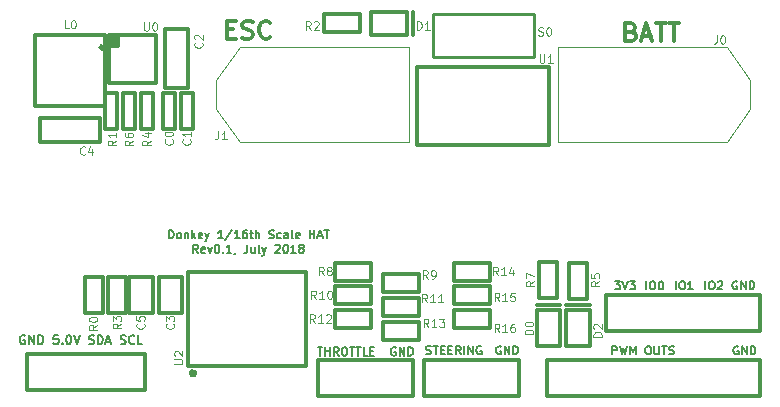
<source format=gbr>
G04 #@! TF.FileFunction,Legend,Top*
%FSLAX46Y46*%
G04 Gerber Fmt 4.6, Leading zero omitted, Abs format (unit mm)*
G04 Created by KiCad (PCBNEW 4.0.7-e2-6376~58~ubuntu16.04.1) date Tue Jul 10 13:30:19 2018*
%MOMM*%
%LPD*%
G01*
G04 APERTURE LIST*
%ADD10C,0.050000*%
%ADD11C,0.175000*%
%ADD12C,0.187500*%
%ADD13C,0.100000*%
%ADD14C,0.300000*%
%ADD15C,0.250000*%
%ADD16C,0.375000*%
%ADD17C,0.176389*%
G04 APERTURE END LIST*
D10*
D11*
X150566667Y-112450000D02*
X150500001Y-112416667D01*
X150400001Y-112416667D01*
X150300001Y-112450000D01*
X150233334Y-112516667D01*
X150200001Y-112583333D01*
X150166667Y-112716667D01*
X150166667Y-112816667D01*
X150200001Y-112950000D01*
X150233334Y-113016667D01*
X150300001Y-113083333D01*
X150400001Y-113116667D01*
X150466667Y-113116667D01*
X150566667Y-113083333D01*
X150600001Y-113050000D01*
X150600001Y-112816667D01*
X150466667Y-112816667D01*
X150900001Y-113116667D02*
X150900001Y-112416667D01*
X151300001Y-113116667D01*
X151300001Y-112416667D01*
X151633334Y-113116667D02*
X151633334Y-112416667D01*
X151800000Y-112416667D01*
X151900000Y-112450000D01*
X151966667Y-112516667D01*
X152000000Y-112583333D01*
X152033334Y-112716667D01*
X152033334Y-112816667D01*
X152000000Y-112950000D01*
X151966667Y-113016667D01*
X151900000Y-113083333D01*
X151800000Y-113116667D01*
X151633334Y-113116667D01*
X159466667Y-112350000D02*
X159400001Y-112316667D01*
X159300001Y-112316667D01*
X159200001Y-112350000D01*
X159133334Y-112416667D01*
X159100001Y-112483333D01*
X159066667Y-112616667D01*
X159066667Y-112716667D01*
X159100001Y-112850000D01*
X159133334Y-112916667D01*
X159200001Y-112983333D01*
X159300001Y-113016667D01*
X159366667Y-113016667D01*
X159466667Y-112983333D01*
X159500001Y-112950000D01*
X159500001Y-112716667D01*
X159366667Y-112716667D01*
X159800001Y-113016667D02*
X159800001Y-112316667D01*
X160200001Y-113016667D01*
X160200001Y-112316667D01*
X160533334Y-113016667D02*
X160533334Y-112316667D01*
X160700000Y-112316667D01*
X160800000Y-112350000D01*
X160866667Y-112416667D01*
X160900000Y-112483333D01*
X160933334Y-112616667D01*
X160933334Y-112716667D01*
X160900000Y-112850000D01*
X160866667Y-112916667D01*
X160800000Y-112983333D01*
X160700000Y-113016667D01*
X160533334Y-113016667D01*
X168916668Y-113016667D02*
X168916668Y-112316667D01*
X169183334Y-112316667D01*
X169250001Y-112350000D01*
X169283334Y-112383333D01*
X169316668Y-112450000D01*
X169316668Y-112550000D01*
X169283334Y-112616667D01*
X169250001Y-112650000D01*
X169183334Y-112683333D01*
X168916668Y-112683333D01*
X169550001Y-112316667D02*
X169716668Y-113016667D01*
X169850001Y-112516667D01*
X169983334Y-113016667D01*
X170150001Y-112316667D01*
X170416668Y-113016667D02*
X170416668Y-112316667D01*
X170650001Y-112816667D01*
X170883334Y-112316667D01*
X170883334Y-113016667D01*
X171883334Y-112316667D02*
X172016667Y-112316667D01*
X172083334Y-112350000D01*
X172150001Y-112416667D01*
X172183334Y-112550000D01*
X172183334Y-112783333D01*
X172150001Y-112916667D01*
X172083334Y-112983333D01*
X172016667Y-113016667D01*
X171883334Y-113016667D01*
X171816667Y-112983333D01*
X171750001Y-112916667D01*
X171716667Y-112783333D01*
X171716667Y-112550000D01*
X171750001Y-112416667D01*
X171816667Y-112350000D01*
X171883334Y-112316667D01*
X172483334Y-112316667D02*
X172483334Y-112883333D01*
X172516667Y-112950000D01*
X172550000Y-112983333D01*
X172616667Y-113016667D01*
X172750000Y-113016667D01*
X172816667Y-112983333D01*
X172850000Y-112950000D01*
X172883334Y-112883333D01*
X172883334Y-112316667D01*
X173116667Y-112316667D02*
X173516667Y-112316667D01*
X173316667Y-113016667D02*
X173316667Y-112316667D01*
X173716666Y-112983333D02*
X173816666Y-113016667D01*
X173983333Y-113016667D01*
X174050000Y-112983333D01*
X174083333Y-112950000D01*
X174116666Y-112883333D01*
X174116666Y-112816667D01*
X174083333Y-112750000D01*
X174050000Y-112716667D01*
X173983333Y-112683333D01*
X173850000Y-112650000D01*
X173783333Y-112616667D01*
X173750000Y-112583333D01*
X173716666Y-112516667D01*
X173716666Y-112450000D01*
X173750000Y-112383333D01*
X173783333Y-112350000D01*
X173850000Y-112316667D01*
X174016666Y-112316667D01*
X174116666Y-112350000D01*
X179566667Y-112350000D02*
X179500001Y-112316667D01*
X179400001Y-112316667D01*
X179300001Y-112350000D01*
X179233334Y-112416667D01*
X179200001Y-112483333D01*
X179166667Y-112616667D01*
X179166667Y-112716667D01*
X179200001Y-112850000D01*
X179233334Y-112916667D01*
X179300001Y-112983333D01*
X179400001Y-113016667D01*
X179466667Y-113016667D01*
X179566667Y-112983333D01*
X179600001Y-112950000D01*
X179600001Y-112716667D01*
X179466667Y-112716667D01*
X179900001Y-113016667D02*
X179900001Y-112316667D01*
X180300001Y-113016667D01*
X180300001Y-112316667D01*
X180633334Y-113016667D02*
X180633334Y-112316667D01*
X180800000Y-112316667D01*
X180900000Y-112350000D01*
X180966667Y-112416667D01*
X181000000Y-112483333D01*
X181033334Y-112616667D01*
X181033334Y-112716667D01*
X181000000Y-112850000D01*
X180966667Y-112916667D01*
X180900000Y-112983333D01*
X180800000Y-113016667D01*
X180633334Y-113016667D01*
X169133333Y-106816667D02*
X169566666Y-106816667D01*
X169333333Y-107083333D01*
X169433333Y-107083333D01*
X169500000Y-107116667D01*
X169533333Y-107150000D01*
X169566666Y-107216667D01*
X169566666Y-107383333D01*
X169533333Y-107450000D01*
X169500000Y-107483333D01*
X169433333Y-107516667D01*
X169233333Y-107516667D01*
X169166666Y-107483333D01*
X169133333Y-107450000D01*
X169766667Y-106816667D02*
X170000000Y-107516667D01*
X170233333Y-106816667D01*
X170400000Y-106816667D02*
X170833333Y-106816667D01*
X170600000Y-107083333D01*
X170700000Y-107083333D01*
X170766667Y-107116667D01*
X170800000Y-107150000D01*
X170833333Y-107216667D01*
X170833333Y-107383333D01*
X170800000Y-107450000D01*
X170766667Y-107483333D01*
X170700000Y-107516667D01*
X170500000Y-107516667D01*
X170433333Y-107483333D01*
X170400000Y-107450000D01*
X171800001Y-107516667D02*
X171800001Y-106816667D01*
X172266667Y-106816667D02*
X172400000Y-106816667D01*
X172466667Y-106850000D01*
X172533334Y-106916667D01*
X172566667Y-107050000D01*
X172566667Y-107283333D01*
X172533334Y-107416667D01*
X172466667Y-107483333D01*
X172400000Y-107516667D01*
X172266667Y-107516667D01*
X172200000Y-107483333D01*
X172133334Y-107416667D01*
X172100000Y-107283333D01*
X172100000Y-107050000D01*
X172133334Y-106916667D01*
X172200000Y-106850000D01*
X172266667Y-106816667D01*
X173000000Y-106816667D02*
X173066667Y-106816667D01*
X173133333Y-106850000D01*
X173166667Y-106883333D01*
X173200000Y-106950000D01*
X173233333Y-107083333D01*
X173233333Y-107250000D01*
X173200000Y-107383333D01*
X173166667Y-107450000D01*
X173133333Y-107483333D01*
X173066667Y-107516667D01*
X173000000Y-107516667D01*
X172933333Y-107483333D01*
X172900000Y-107450000D01*
X172866667Y-107383333D01*
X172833333Y-107250000D01*
X172833333Y-107083333D01*
X172866667Y-106950000D01*
X172900000Y-106883333D01*
X172933333Y-106850000D01*
X173000000Y-106816667D01*
X174300001Y-107516667D02*
X174300001Y-106816667D01*
X174766667Y-106816667D02*
X174900000Y-106816667D01*
X174966667Y-106850000D01*
X175033334Y-106916667D01*
X175066667Y-107050000D01*
X175066667Y-107283333D01*
X175033334Y-107416667D01*
X174966667Y-107483333D01*
X174900000Y-107516667D01*
X174766667Y-107516667D01*
X174700000Y-107483333D01*
X174633334Y-107416667D01*
X174600000Y-107283333D01*
X174600000Y-107050000D01*
X174633334Y-106916667D01*
X174700000Y-106850000D01*
X174766667Y-106816667D01*
X175733333Y-107516667D02*
X175333333Y-107516667D01*
X175533333Y-107516667D02*
X175533333Y-106816667D01*
X175466667Y-106916667D01*
X175400000Y-106983333D01*
X175333333Y-107016667D01*
X176800001Y-107516667D02*
X176800001Y-106816667D01*
X177266667Y-106816667D02*
X177400000Y-106816667D01*
X177466667Y-106850000D01*
X177533334Y-106916667D01*
X177566667Y-107050000D01*
X177566667Y-107283333D01*
X177533334Y-107416667D01*
X177466667Y-107483333D01*
X177400000Y-107516667D01*
X177266667Y-107516667D01*
X177200000Y-107483333D01*
X177133334Y-107416667D01*
X177100000Y-107283333D01*
X177100000Y-107050000D01*
X177133334Y-106916667D01*
X177200000Y-106850000D01*
X177266667Y-106816667D01*
X177833333Y-106883333D02*
X177866667Y-106850000D01*
X177933333Y-106816667D01*
X178100000Y-106816667D01*
X178166667Y-106850000D01*
X178200000Y-106883333D01*
X178233333Y-106950000D01*
X178233333Y-107016667D01*
X178200000Y-107116667D01*
X177800000Y-107516667D01*
X178233333Y-107516667D01*
X179466667Y-106850000D02*
X179400001Y-106816667D01*
X179300001Y-106816667D01*
X179200001Y-106850000D01*
X179133334Y-106916667D01*
X179100001Y-106983333D01*
X179066667Y-107116667D01*
X179066667Y-107216667D01*
X179100001Y-107350000D01*
X179133334Y-107416667D01*
X179200001Y-107483333D01*
X179300001Y-107516667D01*
X179366667Y-107516667D01*
X179466667Y-107483333D01*
X179500001Y-107450000D01*
X179500001Y-107216667D01*
X179366667Y-107216667D01*
X179800001Y-107516667D02*
X179800001Y-106816667D01*
X180200001Y-107516667D01*
X180200001Y-106816667D01*
X180533334Y-107516667D02*
X180533334Y-106816667D01*
X180700000Y-106816667D01*
X180800000Y-106850000D01*
X180866667Y-106916667D01*
X180900000Y-106983333D01*
X180933334Y-107116667D01*
X180933334Y-107216667D01*
X180900000Y-107350000D01*
X180866667Y-107416667D01*
X180800000Y-107483333D01*
X180700000Y-107516667D01*
X180533334Y-107516667D01*
X131383335Y-103204167D02*
X131383335Y-102504167D01*
X131550001Y-102504167D01*
X131650001Y-102537500D01*
X131716668Y-102604167D01*
X131750001Y-102670833D01*
X131783335Y-102804167D01*
X131783335Y-102904167D01*
X131750001Y-103037500D01*
X131716668Y-103104167D01*
X131650001Y-103170833D01*
X131550001Y-103204167D01*
X131383335Y-103204167D01*
X132183335Y-103204167D02*
X132116668Y-103170833D01*
X132083335Y-103137500D01*
X132050001Y-103070833D01*
X132050001Y-102870833D01*
X132083335Y-102804167D01*
X132116668Y-102770833D01*
X132183335Y-102737500D01*
X132283335Y-102737500D01*
X132350001Y-102770833D01*
X132383335Y-102804167D01*
X132416668Y-102870833D01*
X132416668Y-103070833D01*
X132383335Y-103137500D01*
X132350001Y-103170833D01*
X132283335Y-103204167D01*
X132183335Y-103204167D01*
X132716668Y-102737500D02*
X132716668Y-103204167D01*
X132716668Y-102804167D02*
X132750001Y-102770833D01*
X132816668Y-102737500D01*
X132916668Y-102737500D01*
X132983334Y-102770833D01*
X133016668Y-102837500D01*
X133016668Y-103204167D01*
X133350001Y-103204167D02*
X133350001Y-102504167D01*
X133416667Y-102937500D02*
X133616667Y-103204167D01*
X133616667Y-102737500D02*
X133350001Y-103004167D01*
X134183334Y-103170833D02*
X134116668Y-103204167D01*
X133983334Y-103204167D01*
X133916668Y-103170833D01*
X133883334Y-103104167D01*
X133883334Y-102837500D01*
X133916668Y-102770833D01*
X133983334Y-102737500D01*
X134116668Y-102737500D01*
X134183334Y-102770833D01*
X134216668Y-102837500D01*
X134216668Y-102904167D01*
X133883334Y-102970833D01*
X134450001Y-102737500D02*
X134616668Y-103204167D01*
X134783334Y-102737500D02*
X134616668Y-103204167D01*
X134550001Y-103370833D01*
X134516668Y-103404167D01*
X134450001Y-103437500D01*
X135950000Y-103204167D02*
X135550000Y-103204167D01*
X135750000Y-103204167D02*
X135750000Y-102504167D01*
X135683334Y-102604167D01*
X135616667Y-102670833D01*
X135550000Y-102704167D01*
X136750001Y-102470833D02*
X136150001Y-103370833D01*
X137350000Y-103204167D02*
X136950000Y-103204167D01*
X137150000Y-103204167D02*
X137150000Y-102504167D01*
X137083334Y-102604167D01*
X137016667Y-102670833D01*
X136950000Y-102704167D01*
X137950001Y-102504167D02*
X137816667Y-102504167D01*
X137750001Y-102537500D01*
X137716667Y-102570833D01*
X137650001Y-102670833D01*
X137616667Y-102804167D01*
X137616667Y-103070833D01*
X137650001Y-103137500D01*
X137683334Y-103170833D01*
X137750001Y-103204167D01*
X137883334Y-103204167D01*
X137950001Y-103170833D01*
X137983334Y-103137500D01*
X138016667Y-103070833D01*
X138016667Y-102904167D01*
X137983334Y-102837500D01*
X137950001Y-102804167D01*
X137883334Y-102770833D01*
X137750001Y-102770833D01*
X137683334Y-102804167D01*
X137650001Y-102837500D01*
X137616667Y-102904167D01*
X138216668Y-102737500D02*
X138483334Y-102737500D01*
X138316668Y-102504167D02*
X138316668Y-103104167D01*
X138350001Y-103170833D01*
X138416668Y-103204167D01*
X138483334Y-103204167D01*
X138716668Y-103204167D02*
X138716668Y-102504167D01*
X139016668Y-103204167D02*
X139016668Y-102837500D01*
X138983334Y-102770833D01*
X138916668Y-102737500D01*
X138816668Y-102737500D01*
X138750001Y-102770833D01*
X138716668Y-102804167D01*
X139850000Y-103170833D02*
X139950000Y-103204167D01*
X140116667Y-103204167D01*
X140183334Y-103170833D01*
X140216667Y-103137500D01*
X140250000Y-103070833D01*
X140250000Y-103004167D01*
X140216667Y-102937500D01*
X140183334Y-102904167D01*
X140116667Y-102870833D01*
X139983334Y-102837500D01*
X139916667Y-102804167D01*
X139883334Y-102770833D01*
X139850000Y-102704167D01*
X139850000Y-102637500D01*
X139883334Y-102570833D01*
X139916667Y-102537500D01*
X139983334Y-102504167D01*
X140150000Y-102504167D01*
X140250000Y-102537500D01*
X140850001Y-103170833D02*
X140783334Y-103204167D01*
X140650001Y-103204167D01*
X140583334Y-103170833D01*
X140550001Y-103137500D01*
X140516667Y-103070833D01*
X140516667Y-102870833D01*
X140550001Y-102804167D01*
X140583334Y-102770833D01*
X140650001Y-102737500D01*
X140783334Y-102737500D01*
X140850001Y-102770833D01*
X141450001Y-103204167D02*
X141450001Y-102837500D01*
X141416667Y-102770833D01*
X141350001Y-102737500D01*
X141216667Y-102737500D01*
X141150001Y-102770833D01*
X141450001Y-103170833D02*
X141383334Y-103204167D01*
X141216667Y-103204167D01*
X141150001Y-103170833D01*
X141116667Y-103104167D01*
X141116667Y-103037500D01*
X141150001Y-102970833D01*
X141216667Y-102937500D01*
X141383334Y-102937500D01*
X141450001Y-102904167D01*
X141883334Y-103204167D02*
X141816667Y-103170833D01*
X141783334Y-103104167D01*
X141783334Y-102504167D01*
X142416667Y-103170833D02*
X142350001Y-103204167D01*
X142216667Y-103204167D01*
X142150001Y-103170833D01*
X142116667Y-103104167D01*
X142116667Y-102837500D01*
X142150001Y-102770833D01*
X142216667Y-102737500D01*
X142350001Y-102737500D01*
X142416667Y-102770833D01*
X142450001Y-102837500D01*
X142450001Y-102904167D01*
X142116667Y-102970833D01*
X143283334Y-103204167D02*
X143283334Y-102504167D01*
X143283334Y-102837500D02*
X143683334Y-102837500D01*
X143683334Y-103204167D02*
X143683334Y-102504167D01*
X143983333Y-103004167D02*
X144316667Y-103004167D01*
X143916667Y-103204167D02*
X144150000Y-102504167D01*
X144383333Y-103204167D01*
X144516667Y-102504167D02*
X144916667Y-102504167D01*
X144716667Y-103204167D02*
X144716667Y-102504167D01*
X133850001Y-104429167D02*
X133616667Y-104095833D01*
X133450001Y-104429167D02*
X133450001Y-103729167D01*
X133716667Y-103729167D01*
X133783334Y-103762500D01*
X133816667Y-103795833D01*
X133850001Y-103862500D01*
X133850001Y-103962500D01*
X133816667Y-104029167D01*
X133783334Y-104062500D01*
X133716667Y-104095833D01*
X133450001Y-104095833D01*
X134416667Y-104395833D02*
X134350001Y-104429167D01*
X134216667Y-104429167D01*
X134150001Y-104395833D01*
X134116667Y-104329167D01*
X134116667Y-104062500D01*
X134150001Y-103995833D01*
X134216667Y-103962500D01*
X134350001Y-103962500D01*
X134416667Y-103995833D01*
X134450001Y-104062500D01*
X134450001Y-104129167D01*
X134116667Y-104195833D01*
X134683334Y-103962500D02*
X134850001Y-104429167D01*
X135016667Y-103962500D01*
X135416667Y-103729167D02*
X135483334Y-103729167D01*
X135550000Y-103762500D01*
X135583334Y-103795833D01*
X135616667Y-103862500D01*
X135650000Y-103995833D01*
X135650000Y-104162500D01*
X135616667Y-104295833D01*
X135583334Y-104362500D01*
X135550000Y-104395833D01*
X135483334Y-104429167D01*
X135416667Y-104429167D01*
X135350000Y-104395833D01*
X135316667Y-104362500D01*
X135283334Y-104295833D01*
X135250000Y-104162500D01*
X135250000Y-103995833D01*
X135283334Y-103862500D01*
X135316667Y-103795833D01*
X135350000Y-103762500D01*
X135416667Y-103729167D01*
X135950001Y-104362500D02*
X135983334Y-104395833D01*
X135950001Y-104429167D01*
X135916667Y-104395833D01*
X135950001Y-104362500D01*
X135950001Y-104429167D01*
X136650000Y-104429167D02*
X136250000Y-104429167D01*
X136450000Y-104429167D02*
X136450000Y-103729167D01*
X136383334Y-103829167D01*
X136316667Y-103895833D01*
X136250000Y-103929167D01*
X136983334Y-104395833D02*
X136983334Y-104429167D01*
X136950001Y-104495833D01*
X136916667Y-104529167D01*
X138016667Y-103729167D02*
X138016667Y-104229167D01*
X137983333Y-104329167D01*
X137916667Y-104395833D01*
X137816667Y-104429167D01*
X137750000Y-104429167D01*
X138650000Y-103962500D02*
X138650000Y-104429167D01*
X138350000Y-103962500D02*
X138350000Y-104329167D01*
X138383333Y-104395833D01*
X138450000Y-104429167D01*
X138550000Y-104429167D01*
X138616666Y-104395833D01*
X138650000Y-104362500D01*
X139083333Y-104429167D02*
X139016666Y-104395833D01*
X138983333Y-104329167D01*
X138983333Y-103729167D01*
X139283333Y-103962500D02*
X139450000Y-104429167D01*
X139616666Y-103962500D02*
X139450000Y-104429167D01*
X139383333Y-104595833D01*
X139350000Y-104629167D01*
X139283333Y-104662500D01*
X140383332Y-103795833D02*
X140416666Y-103762500D01*
X140483332Y-103729167D01*
X140649999Y-103729167D01*
X140716666Y-103762500D01*
X140749999Y-103795833D01*
X140783332Y-103862500D01*
X140783332Y-103929167D01*
X140749999Y-104029167D01*
X140349999Y-104429167D01*
X140783332Y-104429167D01*
X141216666Y-103729167D02*
X141283333Y-103729167D01*
X141349999Y-103762500D01*
X141383333Y-103795833D01*
X141416666Y-103862500D01*
X141449999Y-103995833D01*
X141449999Y-104162500D01*
X141416666Y-104295833D01*
X141383333Y-104362500D01*
X141349999Y-104395833D01*
X141283333Y-104429167D01*
X141216666Y-104429167D01*
X141149999Y-104395833D01*
X141116666Y-104362500D01*
X141083333Y-104295833D01*
X141049999Y-104162500D01*
X141049999Y-103995833D01*
X141083333Y-103862500D01*
X141116666Y-103795833D01*
X141149999Y-103762500D01*
X141216666Y-103729167D01*
X142116666Y-104429167D02*
X141716666Y-104429167D01*
X141916666Y-104429167D02*
X141916666Y-103729167D01*
X141850000Y-103829167D01*
X141783333Y-103895833D01*
X141716666Y-103929167D01*
X142516667Y-104029167D02*
X142450000Y-103995833D01*
X142416667Y-103962500D01*
X142383333Y-103895833D01*
X142383333Y-103862500D01*
X142416667Y-103795833D01*
X142450000Y-103762500D01*
X142516667Y-103729167D01*
X142650000Y-103729167D01*
X142716667Y-103762500D01*
X142750000Y-103795833D01*
X142783333Y-103862500D01*
X142783333Y-103895833D01*
X142750000Y-103962500D01*
X142716667Y-103995833D01*
X142650000Y-104029167D01*
X142516667Y-104029167D01*
X142450000Y-104062500D01*
X142416667Y-104095833D01*
X142383333Y-104162500D01*
X142383333Y-104295833D01*
X142416667Y-104362500D01*
X142450000Y-104395833D01*
X142516667Y-104429167D01*
X142650000Y-104429167D01*
X142716667Y-104395833D01*
X142750000Y-104362500D01*
X142783333Y-104295833D01*
X142783333Y-104162500D01*
X142750000Y-104095833D01*
X142716667Y-104062500D01*
X142650000Y-104029167D01*
D12*
X119167857Y-111425000D02*
X119096428Y-111389286D01*
X118989285Y-111389286D01*
X118882142Y-111425000D01*
X118810714Y-111496429D01*
X118774999Y-111567857D01*
X118739285Y-111710714D01*
X118739285Y-111817857D01*
X118774999Y-111960714D01*
X118810714Y-112032143D01*
X118882142Y-112103571D01*
X118989285Y-112139286D01*
X119060714Y-112139286D01*
X119167857Y-112103571D01*
X119203571Y-112067857D01*
X119203571Y-111817857D01*
X119060714Y-111817857D01*
X119524999Y-112139286D02*
X119524999Y-111389286D01*
X119953571Y-112139286D01*
X119953571Y-111389286D01*
X120310713Y-112139286D02*
X120310713Y-111389286D01*
X120489285Y-111389286D01*
X120596428Y-111425000D01*
X120667856Y-111496429D01*
X120703571Y-111567857D01*
X120739285Y-111710714D01*
X120739285Y-111817857D01*
X120703571Y-111960714D01*
X120667856Y-112032143D01*
X120596428Y-112103571D01*
X120489285Y-112139286D01*
X120310713Y-112139286D01*
X121989285Y-111389286D02*
X121632142Y-111389286D01*
X121596428Y-111746429D01*
X121632142Y-111710714D01*
X121703571Y-111675000D01*
X121882142Y-111675000D01*
X121953571Y-111710714D01*
X121989285Y-111746429D01*
X122025000Y-111817857D01*
X122025000Y-111996429D01*
X121989285Y-112067857D01*
X121953571Y-112103571D01*
X121882142Y-112139286D01*
X121703571Y-112139286D01*
X121632142Y-112103571D01*
X121596428Y-112067857D01*
X122346428Y-112067857D02*
X122382143Y-112103571D01*
X122346428Y-112139286D01*
X122310714Y-112103571D01*
X122346428Y-112067857D01*
X122346428Y-112139286D01*
X122846429Y-111389286D02*
X122917857Y-111389286D01*
X122989286Y-111425000D01*
X123025000Y-111460714D01*
X123060714Y-111532143D01*
X123096429Y-111675000D01*
X123096429Y-111853571D01*
X123060714Y-111996429D01*
X123025000Y-112067857D01*
X122989286Y-112103571D01*
X122917857Y-112139286D01*
X122846429Y-112139286D01*
X122775000Y-112103571D01*
X122739286Y-112067857D01*
X122703571Y-111996429D01*
X122667857Y-111853571D01*
X122667857Y-111675000D01*
X122703571Y-111532143D01*
X122739286Y-111460714D01*
X122775000Y-111425000D01*
X122846429Y-111389286D01*
X123310715Y-111389286D02*
X123560715Y-112139286D01*
X123810715Y-111389286D01*
X124596429Y-112103571D02*
X124703572Y-112139286D01*
X124882143Y-112139286D01*
X124953572Y-112103571D01*
X124989286Y-112067857D01*
X125025001Y-111996429D01*
X125025001Y-111925000D01*
X124989286Y-111853571D01*
X124953572Y-111817857D01*
X124882143Y-111782143D01*
X124739286Y-111746429D01*
X124667858Y-111710714D01*
X124632143Y-111675000D01*
X124596429Y-111603571D01*
X124596429Y-111532143D01*
X124632143Y-111460714D01*
X124667858Y-111425000D01*
X124739286Y-111389286D01*
X124917858Y-111389286D01*
X125025001Y-111425000D01*
X125346429Y-112139286D02*
X125346429Y-111389286D01*
X125525001Y-111389286D01*
X125632144Y-111425000D01*
X125703572Y-111496429D01*
X125739287Y-111567857D01*
X125775001Y-111710714D01*
X125775001Y-111817857D01*
X125739287Y-111960714D01*
X125703572Y-112032143D01*
X125632144Y-112103571D01*
X125525001Y-112139286D01*
X125346429Y-112139286D01*
X126060715Y-111925000D02*
X126417858Y-111925000D01*
X125989287Y-112139286D02*
X126239287Y-111389286D01*
X126489287Y-112139286D01*
X127275001Y-112103571D02*
X127382144Y-112139286D01*
X127560715Y-112139286D01*
X127632144Y-112103571D01*
X127667858Y-112067857D01*
X127703573Y-111996429D01*
X127703573Y-111925000D01*
X127667858Y-111853571D01*
X127632144Y-111817857D01*
X127560715Y-111782143D01*
X127417858Y-111746429D01*
X127346430Y-111710714D01*
X127310715Y-111675000D01*
X127275001Y-111603571D01*
X127275001Y-111532143D01*
X127310715Y-111460714D01*
X127346430Y-111425000D01*
X127417858Y-111389286D01*
X127596430Y-111389286D01*
X127703573Y-111425000D01*
X128453573Y-112067857D02*
X128417859Y-112103571D01*
X128310716Y-112139286D01*
X128239287Y-112139286D01*
X128132144Y-112103571D01*
X128060716Y-112032143D01*
X128025001Y-111960714D01*
X127989287Y-111817857D01*
X127989287Y-111710714D01*
X128025001Y-111567857D01*
X128060716Y-111496429D01*
X128132144Y-111425000D01*
X128239287Y-111389286D01*
X128310716Y-111389286D01*
X128417859Y-111425000D01*
X128453573Y-111460714D01*
X129132144Y-112139286D02*
X128775001Y-112139286D01*
X128775001Y-111389286D01*
D13*
X137400000Y-87000000D02*
X135400000Y-89750000D01*
X135400000Y-89750000D02*
X135400000Y-92250000D01*
X135400000Y-92250000D02*
X137400000Y-95000000D01*
X137400000Y-95000000D02*
X151700000Y-95000000D01*
X151700000Y-95000000D02*
X151700000Y-87000000D01*
X151700000Y-87000000D02*
X137400000Y-87000000D01*
D14*
X119330000Y-116000000D02*
X129330000Y-116000000D01*
X119330000Y-113000000D02*
X119330000Y-116000000D01*
X129330000Y-113000000D02*
X119330000Y-113000000D01*
X129330000Y-116000000D02*
X129330000Y-113000000D01*
X133400000Y-93900000D02*
X133400000Y-90900000D01*
X132400000Y-93900000D02*
X133400000Y-93900000D01*
X132400000Y-90900000D02*
X132400000Y-93900000D01*
X133400000Y-90900000D02*
X132400000Y-90900000D01*
X131900000Y-93900000D02*
X131900000Y-90900000D01*
X130900000Y-93900000D02*
X131900000Y-93900000D01*
X130900000Y-90900000D02*
X130900000Y-93900000D01*
X131900000Y-90900000D02*
X130900000Y-90900000D01*
X130000000Y-90900000D02*
X129000000Y-90900000D01*
X130000000Y-93900000D02*
X130000000Y-90900000D01*
X129000000Y-93900000D02*
X130000000Y-93900000D01*
X129000000Y-90900000D02*
X129000000Y-93900000D01*
X127500000Y-93900000D02*
X128500000Y-93900000D01*
X127500000Y-90900000D02*
X127500000Y-93900000D01*
X128500000Y-90900000D02*
X127500000Y-90900000D01*
X128500000Y-93900000D02*
X128500000Y-90900000D01*
X126000000Y-93900000D02*
X127000000Y-93900000D01*
X126000000Y-90900000D02*
X126000000Y-93900000D01*
X127000000Y-90900000D02*
X126000000Y-90900000D01*
X127000000Y-93900000D02*
X127000000Y-90900000D01*
X168420000Y-111000000D02*
X168420000Y-108000000D01*
X181420000Y-111000000D02*
X168420000Y-111000000D01*
X181420000Y-108000000D02*
X181420000Y-111000000D01*
X168420000Y-108000000D02*
X181420000Y-108000000D01*
X163400000Y-116500000D02*
X181400000Y-116500000D01*
X163400000Y-113500000D02*
X163400000Y-116500000D01*
X181400000Y-113500000D02*
X163400000Y-113500000D01*
X181400000Y-116500000D02*
X181400000Y-113500000D01*
X153000000Y-116500000D02*
X161000000Y-116500000D01*
X153000000Y-113500000D02*
X153000000Y-116500000D01*
X161000000Y-113500000D02*
X153000000Y-113500000D01*
X161000000Y-116500000D02*
X161000000Y-113500000D01*
X144000000Y-116500000D02*
X152000000Y-116500000D01*
X144000000Y-113500000D02*
X144000000Y-116500000D01*
X152000000Y-113500000D02*
X144000000Y-113500000D01*
X152000000Y-116500000D02*
X152000000Y-113500000D01*
X120000000Y-92000000D02*
X120000000Y-86000000D01*
X126000000Y-92000000D02*
X120000000Y-92000000D01*
X126000000Y-86000000D02*
X126000000Y-92000000D01*
X120000000Y-86000000D02*
X126000000Y-86000000D01*
X133600000Y-114600000D02*
G75*
G03X133600000Y-114600000I-200000J0D01*
G01*
X133000000Y-106000000D02*
X133000000Y-114000000D01*
X143000000Y-106000000D02*
X133000000Y-106000000D01*
X143000000Y-114000000D02*
X143000000Y-106000000D01*
X133000000Y-114000000D02*
X143000000Y-114000000D01*
X130500000Y-106500000D02*
X130500000Y-109500000D01*
X132500000Y-106500000D02*
X130500000Y-106500000D01*
X132500000Y-109500000D02*
X132500000Y-106500000D01*
X130500000Y-109500000D02*
X132500000Y-109500000D01*
X130000000Y-106500000D02*
X130000000Y-109500000D01*
X128000000Y-106500000D02*
X130000000Y-106500000D01*
X128000000Y-109500000D02*
X128000000Y-106500000D01*
X130000000Y-109500000D02*
X128000000Y-109500000D01*
X162738000Y-108274000D02*
X162738000Y-105226000D01*
X164262000Y-108274000D02*
X162738000Y-108274000D01*
X164262000Y-105226000D02*
X164262000Y-108274000D01*
X162738000Y-105226000D02*
X164262000Y-105226000D01*
X131000000Y-90500000D02*
X131000000Y-85500000D01*
X133000000Y-90500000D02*
X131000000Y-90500000D01*
X133000000Y-85500000D02*
X133000000Y-90500000D01*
X131000000Y-85500000D02*
X133000000Y-85500000D01*
X127100000Y-86900000D02*
X126800000Y-86900000D01*
X127100000Y-86100000D02*
X127100000Y-86900000D01*
X126800000Y-86100000D02*
X127100000Y-86100000D01*
X126800000Y-86900000D02*
X126800000Y-86100000D01*
X126500000Y-86900000D02*
X126800000Y-86900000D01*
X126500000Y-86200000D02*
X126500000Y-86900000D01*
X125841421Y-87000000D02*
G75*
G03X125841421Y-87000000I-141421J0D01*
G01*
X130300000Y-86000000D02*
X126300000Y-86000000D01*
X130300000Y-90000000D02*
X130300000Y-86000000D01*
X126300000Y-90000000D02*
X130300000Y-90000000D01*
X126300000Y-86000000D02*
X126300000Y-90000000D01*
X120500000Y-95000000D02*
X125500000Y-95000000D01*
X120500000Y-93000000D02*
X120500000Y-95000000D01*
X125500000Y-93000000D02*
X120500000Y-93000000D01*
X125500000Y-95000000D02*
X125500000Y-93000000D01*
X152000000Y-84000000D02*
X152000000Y-86000000D01*
X151500000Y-86000000D02*
X148500000Y-86000000D01*
X151500000Y-84000000D02*
X151500000Y-86000000D01*
X148500000Y-84000000D02*
X151500000Y-84000000D01*
X148500000Y-86000000D02*
X148500000Y-84000000D01*
X162500000Y-108800000D02*
X164500000Y-108800000D01*
X162500000Y-112300000D02*
X164500000Y-112300000D01*
X162500000Y-109300000D02*
X162500000Y-112300000D01*
X164500000Y-109300000D02*
X162500000Y-109300000D01*
X164500000Y-112300000D02*
X164500000Y-109300000D01*
X165000000Y-108800000D02*
X167000000Y-108800000D01*
X167000000Y-109300000D02*
X167000000Y-112300000D01*
X165000000Y-109300000D02*
X167000000Y-109300000D01*
X165000000Y-112300000D02*
X165000000Y-109300000D01*
X167000000Y-112300000D02*
X165000000Y-112300000D01*
X144476000Y-84238000D02*
X144476000Y-85762000D01*
X147524000Y-84238000D02*
X144476000Y-84238000D01*
X147524000Y-85762000D02*
X147524000Y-84238000D01*
X144476000Y-85762000D02*
X147524000Y-85762000D01*
X163588000Y-88698000D02*
X152412000Y-88698000D01*
X163588000Y-95302000D02*
X163588000Y-88698000D01*
X152412000Y-95302000D02*
X163588000Y-95302000D01*
X152412000Y-88698000D02*
X152412000Y-95302000D01*
D15*
X153750000Y-84200000D02*
X153750000Y-87800000D01*
X153750000Y-87800000D02*
X162250000Y-87800000D01*
X162250000Y-87800000D02*
X162250000Y-84200000D01*
X162250000Y-84200000D02*
X153750000Y-84200000D01*
D13*
X178600000Y-95000000D02*
X180600000Y-92250000D01*
X180600000Y-92250000D02*
X180600000Y-89750000D01*
X180600000Y-89750000D02*
X178600000Y-87000000D01*
X178600000Y-87000000D02*
X164300000Y-87000000D01*
X164300000Y-87000000D02*
X164300000Y-95000000D01*
X164300000Y-95000000D02*
X178600000Y-95000000D01*
D14*
X124238000Y-109524000D02*
X125762000Y-109524000D01*
X124238000Y-106476000D02*
X124238000Y-109524000D01*
X125762000Y-106476000D02*
X124238000Y-106476000D01*
X125762000Y-109524000D02*
X125762000Y-106476000D01*
X126238000Y-109524000D02*
X127762000Y-109524000D01*
X126238000Y-106476000D02*
X126238000Y-109524000D01*
X127762000Y-106476000D02*
X126238000Y-106476000D01*
X127762000Y-109524000D02*
X127762000Y-106476000D01*
X166762000Y-105276000D02*
X165238000Y-105276000D01*
X166762000Y-108324000D02*
X166762000Y-105276000D01*
X165238000Y-108324000D02*
X166762000Y-108324000D01*
X165238000Y-105276000D02*
X165238000Y-108324000D01*
X149476000Y-106238000D02*
X149476000Y-107762000D01*
X152524000Y-106238000D02*
X149476000Y-106238000D01*
X152524000Y-107762000D02*
X152524000Y-106238000D01*
X149476000Y-107762000D02*
X152524000Y-107762000D01*
X145476000Y-107238000D02*
X145476000Y-108762000D01*
X148524000Y-107238000D02*
X145476000Y-107238000D01*
X148524000Y-108762000D02*
X148524000Y-107238000D01*
X145476000Y-108762000D02*
X148524000Y-108762000D01*
X149476000Y-108238000D02*
X149476000Y-109762000D01*
X152524000Y-108238000D02*
X149476000Y-108238000D01*
X152524000Y-109762000D02*
X152524000Y-108238000D01*
X149476000Y-109762000D02*
X152524000Y-109762000D01*
X145476000Y-109238000D02*
X145476000Y-110762000D01*
X148524000Y-109238000D02*
X145476000Y-109238000D01*
X148524000Y-110762000D02*
X148524000Y-109238000D01*
X145476000Y-110762000D02*
X148524000Y-110762000D01*
X149476000Y-110238000D02*
X149476000Y-111762000D01*
X152524000Y-110238000D02*
X149476000Y-110238000D01*
X152524000Y-111762000D02*
X152524000Y-110238000D01*
X149476000Y-111762000D02*
X152524000Y-111762000D01*
X155476000Y-105238000D02*
X155476000Y-106762000D01*
X158524000Y-105238000D02*
X155476000Y-105238000D01*
X158524000Y-106762000D02*
X158524000Y-105238000D01*
X155476000Y-106762000D02*
X158524000Y-106762000D01*
X155476000Y-107238000D02*
X155476000Y-108762000D01*
X158524000Y-107238000D02*
X155476000Y-107238000D01*
X158524000Y-108762000D02*
X158524000Y-107238000D01*
X155476000Y-108762000D02*
X158524000Y-108762000D01*
X155476000Y-109238000D02*
X155476000Y-110762000D01*
X158524000Y-109238000D02*
X155476000Y-109238000D01*
X158524000Y-110762000D02*
X158524000Y-109238000D01*
X155476000Y-110762000D02*
X158524000Y-110762000D01*
X148524000Y-106762000D02*
X148524000Y-105238000D01*
X145476000Y-106762000D02*
X148524000Y-106762000D01*
X145476000Y-105238000D02*
X145476000Y-106762000D01*
X148524000Y-105238000D02*
X145476000Y-105238000D01*
D13*
X135564815Y-94113624D02*
X135564815Y-94617593D01*
X135531217Y-94718386D01*
X135464021Y-94785582D01*
X135363228Y-94819180D01*
X135296032Y-94819180D01*
X136270370Y-94819180D02*
X135867196Y-94819180D01*
X136068783Y-94819180D02*
X136068783Y-94113624D01*
X136001587Y-94214418D01*
X135934391Y-94281614D01*
X135867196Y-94315212D01*
D16*
X136314286Y-85492857D02*
X136814286Y-85492857D01*
X137028572Y-86278571D02*
X136314286Y-86278571D01*
X136314286Y-84778571D01*
X137028572Y-84778571D01*
X137600000Y-86207143D02*
X137814286Y-86278571D01*
X138171429Y-86278571D01*
X138314286Y-86207143D01*
X138385715Y-86135714D01*
X138457143Y-85992857D01*
X138457143Y-85850000D01*
X138385715Y-85707143D01*
X138314286Y-85635714D01*
X138171429Y-85564286D01*
X137885715Y-85492857D01*
X137742857Y-85421429D01*
X137671429Y-85350000D01*
X137600000Y-85207143D01*
X137600000Y-85064286D01*
X137671429Y-84921429D01*
X137742857Y-84850000D01*
X137885715Y-84778571D01*
X138242857Y-84778571D01*
X138457143Y-84850000D01*
X139957143Y-86135714D02*
X139885714Y-86207143D01*
X139671428Y-86278571D01*
X139528571Y-86278571D01*
X139314286Y-86207143D01*
X139171428Y-86064286D01*
X139100000Y-85921429D01*
X139028571Y-85635714D01*
X139028571Y-85421429D01*
X139100000Y-85135714D01*
X139171428Y-84992857D01*
X139314286Y-84850000D01*
X139528571Y-84778571D01*
X139671428Y-84778571D01*
X139885714Y-84850000D01*
X139957143Y-84921429D01*
D13*
X133151984Y-94817593D02*
X133185582Y-94851191D01*
X133219180Y-94951984D01*
X133219180Y-95019180D01*
X133185582Y-95119974D01*
X133118386Y-95187170D01*
X133051191Y-95220767D01*
X132916799Y-95254365D01*
X132816005Y-95254365D01*
X132681614Y-95220767D01*
X132614418Y-95187170D01*
X132547222Y-95119974D01*
X132513624Y-95019180D01*
X132513624Y-94951984D01*
X132547222Y-94851191D01*
X132580820Y-94817593D01*
X133219180Y-94145635D02*
X133219180Y-94548809D01*
X133219180Y-94347222D02*
X132513624Y-94347222D01*
X132614418Y-94414418D01*
X132681614Y-94481614D01*
X132715212Y-94548809D01*
X131651984Y-94817593D02*
X131685582Y-94851191D01*
X131719180Y-94951984D01*
X131719180Y-95019180D01*
X131685582Y-95119974D01*
X131618386Y-95187170D01*
X131551191Y-95220767D01*
X131416799Y-95254365D01*
X131316005Y-95254365D01*
X131181614Y-95220767D01*
X131114418Y-95187170D01*
X131047222Y-95119974D01*
X131013624Y-95019180D01*
X131013624Y-94951984D01*
X131047222Y-94851191D01*
X131080820Y-94817593D01*
X131013624Y-94380820D02*
X131013624Y-94313624D01*
X131047222Y-94246428D01*
X131080820Y-94212830D01*
X131148016Y-94179232D01*
X131282407Y-94145635D01*
X131450397Y-94145635D01*
X131584788Y-94179232D01*
X131651984Y-94212830D01*
X131685582Y-94246428D01*
X131719180Y-94313624D01*
X131719180Y-94380820D01*
X131685582Y-94448016D01*
X131651984Y-94481614D01*
X131584788Y-94515211D01*
X131450397Y-94548809D01*
X131282407Y-94548809D01*
X131148016Y-94515211D01*
X131080820Y-94481614D01*
X131047222Y-94448016D01*
X131013624Y-94380820D01*
X129819180Y-94917593D02*
X129483201Y-95152778D01*
X129819180Y-95320767D02*
X129113624Y-95320767D01*
X129113624Y-95051984D01*
X129147222Y-94984788D01*
X129180820Y-94951191D01*
X129248016Y-94917593D01*
X129348809Y-94917593D01*
X129416005Y-94951191D01*
X129449603Y-94984788D01*
X129483201Y-95051984D01*
X129483201Y-95320767D01*
X129348809Y-94312830D02*
X129819180Y-94312830D01*
X129080026Y-94480820D02*
X129583995Y-94648809D01*
X129583995Y-94212037D01*
X128319180Y-94917593D02*
X127983201Y-95152778D01*
X128319180Y-95320767D02*
X127613624Y-95320767D01*
X127613624Y-95051984D01*
X127647222Y-94984788D01*
X127680820Y-94951191D01*
X127748016Y-94917593D01*
X127848809Y-94917593D01*
X127916005Y-94951191D01*
X127949603Y-94984788D01*
X127983201Y-95051984D01*
X127983201Y-95320767D01*
X127613624Y-94312830D02*
X127613624Y-94447222D01*
X127647222Y-94514418D01*
X127680820Y-94548016D01*
X127781614Y-94615211D01*
X127916005Y-94648809D01*
X128184788Y-94648809D01*
X128251984Y-94615211D01*
X128285582Y-94581614D01*
X128319180Y-94514418D01*
X128319180Y-94380026D01*
X128285582Y-94312830D01*
X128251984Y-94279232D01*
X128184788Y-94245635D01*
X128016799Y-94245635D01*
X127949603Y-94279232D01*
X127916005Y-94312830D01*
X127882407Y-94380026D01*
X127882407Y-94514418D01*
X127916005Y-94581614D01*
X127949603Y-94615211D01*
X128016799Y-94648809D01*
X126919180Y-94917593D02*
X126583201Y-95152778D01*
X126919180Y-95320767D02*
X126213624Y-95320767D01*
X126213624Y-95051984D01*
X126247222Y-94984788D01*
X126280820Y-94951191D01*
X126348016Y-94917593D01*
X126448809Y-94917593D01*
X126516005Y-94951191D01*
X126549603Y-94984788D01*
X126583201Y-95051984D01*
X126583201Y-95320767D01*
X126919180Y-94245635D02*
X126919180Y-94648809D01*
X126919180Y-94447222D02*
X126213624Y-94447222D01*
X126314418Y-94514418D01*
X126381614Y-94581614D01*
X126415212Y-94648809D01*
D17*
X153148148Y-112985582D02*
X153248941Y-113019180D01*
X153416931Y-113019180D01*
X153484127Y-112985582D01*
X153517725Y-112951984D01*
X153551322Y-112884788D01*
X153551322Y-112817593D01*
X153517725Y-112750397D01*
X153484127Y-112716799D01*
X153416931Y-112683201D01*
X153282539Y-112649603D01*
X153215343Y-112616005D01*
X153181746Y-112582407D01*
X153148148Y-112515212D01*
X153148148Y-112448016D01*
X153181746Y-112380820D01*
X153215343Y-112347222D01*
X153282539Y-112313624D01*
X153450529Y-112313624D01*
X153551322Y-112347222D01*
X153752910Y-112313624D02*
X154156085Y-112313624D01*
X153954497Y-113019180D02*
X153954497Y-112313624D01*
X154391270Y-112649603D02*
X154626455Y-112649603D01*
X154727249Y-113019180D02*
X154391270Y-113019180D01*
X154391270Y-112313624D01*
X154727249Y-112313624D01*
X155029630Y-112649603D02*
X155264815Y-112649603D01*
X155365609Y-113019180D02*
X155029630Y-113019180D01*
X155029630Y-112313624D01*
X155365609Y-112313624D01*
X156071164Y-113019180D02*
X155835979Y-112683201D01*
X155667990Y-113019180D02*
X155667990Y-112313624D01*
X155936773Y-112313624D01*
X156003969Y-112347222D01*
X156037566Y-112380820D01*
X156071164Y-112448016D01*
X156071164Y-112548809D01*
X156037566Y-112616005D01*
X156003969Y-112649603D01*
X155936773Y-112683201D01*
X155667990Y-112683201D01*
X156373546Y-113019180D02*
X156373546Y-112313624D01*
X156709525Y-113019180D02*
X156709525Y-112313624D01*
X157112699Y-113019180D01*
X157112699Y-112313624D01*
X157818255Y-112347222D02*
X157751060Y-112313624D01*
X157650266Y-112313624D01*
X157549472Y-112347222D01*
X157482276Y-112414418D01*
X157448679Y-112481614D01*
X157415081Y-112616005D01*
X157415081Y-112716799D01*
X157448679Y-112851191D01*
X157482276Y-112918386D01*
X157549472Y-112985582D01*
X157650266Y-113019180D01*
X157717462Y-113019180D01*
X157818255Y-112985582D01*
X157851853Y-112951984D01*
X157851853Y-112716799D01*
X157717462Y-112716799D01*
D13*
D17*
X143964153Y-112413624D02*
X144367328Y-112413624D01*
X144165740Y-113119180D02*
X144165740Y-112413624D01*
X144602513Y-113119180D02*
X144602513Y-112413624D01*
X144602513Y-112749603D02*
X145005687Y-112749603D01*
X145005687Y-113119180D02*
X145005687Y-112413624D01*
X145744841Y-113119180D02*
X145509656Y-112783201D01*
X145341667Y-113119180D02*
X145341667Y-112413624D01*
X145610450Y-112413624D01*
X145677646Y-112447222D01*
X145711243Y-112480820D01*
X145744841Y-112548016D01*
X145744841Y-112648809D01*
X145711243Y-112716005D01*
X145677646Y-112749603D01*
X145610450Y-112783201D01*
X145341667Y-112783201D01*
X146181614Y-112413624D02*
X146316006Y-112413624D01*
X146383202Y-112447222D01*
X146450397Y-112514418D01*
X146483995Y-112648809D01*
X146483995Y-112883995D01*
X146450397Y-113018386D01*
X146383202Y-113085582D01*
X146316006Y-113119180D01*
X146181614Y-113119180D01*
X146114418Y-113085582D01*
X146047223Y-113018386D01*
X146013625Y-112883995D01*
X146013625Y-112648809D01*
X146047223Y-112514418D01*
X146114418Y-112447222D01*
X146181614Y-112413624D01*
X146685583Y-112413624D02*
X147088758Y-112413624D01*
X146887170Y-113119180D02*
X146887170Y-112413624D01*
X147223149Y-112413624D02*
X147626324Y-112413624D01*
X147424736Y-113119180D02*
X147424736Y-112413624D01*
X148197488Y-113119180D02*
X147861509Y-113119180D01*
X147861509Y-112413624D01*
X148432673Y-112749603D02*
X148667858Y-112749603D01*
X148768652Y-113119180D02*
X148432673Y-113119180D01*
X148432673Y-112413624D01*
X148768652Y-112413624D01*
D13*
X122882408Y-85419180D02*
X122546429Y-85419180D01*
X122546429Y-84713624D01*
X123251984Y-84713624D02*
X123319180Y-84713624D01*
X123386376Y-84747222D01*
X123419974Y-84780820D01*
X123453572Y-84848016D01*
X123487169Y-84982407D01*
X123487169Y-85150397D01*
X123453572Y-85284788D01*
X123419974Y-85351984D01*
X123386376Y-85385582D01*
X123319180Y-85419180D01*
X123251984Y-85419180D01*
X123184788Y-85385582D01*
X123151190Y-85351984D01*
X123117593Y-85284788D01*
X123083995Y-85150397D01*
X123083995Y-84982407D01*
X123117593Y-84848016D01*
X123151190Y-84780820D01*
X123184788Y-84747222D01*
X123251984Y-84713624D01*
X131813624Y-113837566D02*
X132384788Y-113837566D01*
X132451984Y-113803969D01*
X132485582Y-113770371D01*
X132519180Y-113703175D01*
X132519180Y-113568783D01*
X132485582Y-113501587D01*
X132451984Y-113467990D01*
X132384788Y-113434392D01*
X131813624Y-113434392D01*
X131880820Y-113132010D02*
X131847222Y-113098412D01*
X131813624Y-113031217D01*
X131813624Y-112863227D01*
X131847222Y-112796031D01*
X131880820Y-112762433D01*
X131948016Y-112728836D01*
X132015212Y-112728836D01*
X132116005Y-112762433D01*
X132519180Y-113165608D01*
X132519180Y-112728836D01*
X131751984Y-110417593D02*
X131785582Y-110451191D01*
X131819180Y-110551984D01*
X131819180Y-110619180D01*
X131785582Y-110719974D01*
X131718386Y-110787170D01*
X131651191Y-110820767D01*
X131516799Y-110854365D01*
X131416005Y-110854365D01*
X131281614Y-110820767D01*
X131214418Y-110787170D01*
X131147222Y-110719974D01*
X131113624Y-110619180D01*
X131113624Y-110551984D01*
X131147222Y-110451191D01*
X131180820Y-110417593D01*
X131113624Y-110182407D02*
X131113624Y-109745635D01*
X131382407Y-109980820D01*
X131382407Y-109880026D01*
X131416005Y-109812830D01*
X131449603Y-109779232D01*
X131516799Y-109745635D01*
X131684788Y-109745635D01*
X131751984Y-109779232D01*
X131785582Y-109812830D01*
X131819180Y-109880026D01*
X131819180Y-110081614D01*
X131785582Y-110148809D01*
X131751984Y-110182407D01*
X129251984Y-110417593D02*
X129285582Y-110451191D01*
X129319180Y-110551984D01*
X129319180Y-110619180D01*
X129285582Y-110719974D01*
X129218386Y-110787170D01*
X129151191Y-110820767D01*
X129016799Y-110854365D01*
X128916005Y-110854365D01*
X128781614Y-110820767D01*
X128714418Y-110787170D01*
X128647222Y-110719974D01*
X128613624Y-110619180D01*
X128613624Y-110551984D01*
X128647222Y-110451191D01*
X128680820Y-110417593D01*
X128613624Y-109779232D02*
X128613624Y-110115211D01*
X128949603Y-110148809D01*
X128916005Y-110115211D01*
X128882407Y-110048016D01*
X128882407Y-109880026D01*
X128916005Y-109812830D01*
X128949603Y-109779232D01*
X129016799Y-109745635D01*
X129184788Y-109745635D01*
X129251984Y-109779232D01*
X129285582Y-109812830D01*
X129319180Y-109880026D01*
X129319180Y-110048016D01*
X129285582Y-110115211D01*
X129251984Y-110148809D01*
X162319180Y-106817593D02*
X161983201Y-107052778D01*
X162319180Y-107220767D02*
X161613624Y-107220767D01*
X161613624Y-106951984D01*
X161647222Y-106884788D01*
X161680820Y-106851191D01*
X161748016Y-106817593D01*
X161848809Y-106817593D01*
X161916005Y-106851191D01*
X161949603Y-106884788D01*
X161983201Y-106951984D01*
X161983201Y-107220767D01*
X161613624Y-106582407D02*
X161613624Y-106112037D01*
X162319180Y-106414418D01*
X134151984Y-86617593D02*
X134185582Y-86651191D01*
X134219180Y-86751984D01*
X134219180Y-86819180D01*
X134185582Y-86919974D01*
X134118386Y-86987170D01*
X134051191Y-87020767D01*
X133916799Y-87054365D01*
X133816005Y-87054365D01*
X133681614Y-87020767D01*
X133614418Y-86987170D01*
X133547222Y-86919974D01*
X133513624Y-86819180D01*
X133513624Y-86751984D01*
X133547222Y-86651191D01*
X133580820Y-86617593D01*
X133580820Y-86348809D02*
X133547222Y-86315211D01*
X133513624Y-86248016D01*
X133513624Y-86080026D01*
X133547222Y-86012830D01*
X133580820Y-85979232D01*
X133648016Y-85945635D01*
X133715212Y-85945635D01*
X133816005Y-85979232D01*
X134219180Y-86382407D01*
X134219180Y-85945635D01*
X129262434Y-84913624D02*
X129262434Y-85484788D01*
X129296031Y-85551984D01*
X129329629Y-85585582D01*
X129396825Y-85619180D01*
X129531217Y-85619180D01*
X129598413Y-85585582D01*
X129632010Y-85551984D01*
X129665608Y-85484788D01*
X129665608Y-84913624D01*
X130135979Y-84913624D02*
X130203175Y-84913624D01*
X130270371Y-84947222D01*
X130303969Y-84980820D01*
X130337567Y-85048016D01*
X130371164Y-85182407D01*
X130371164Y-85350397D01*
X130337567Y-85484788D01*
X130303969Y-85551984D01*
X130270371Y-85585582D01*
X130203175Y-85619180D01*
X130135979Y-85619180D01*
X130068783Y-85585582D01*
X130035185Y-85551984D01*
X130001588Y-85484788D01*
X129967990Y-85350397D01*
X129967990Y-85182407D01*
X130001588Y-85048016D01*
X130035185Y-84980820D01*
X130068783Y-84947222D01*
X130135979Y-84913624D01*
X124282407Y-96051984D02*
X124248809Y-96085582D01*
X124148016Y-96119180D01*
X124080820Y-96119180D01*
X123980026Y-96085582D01*
X123912830Y-96018386D01*
X123879233Y-95951191D01*
X123845635Y-95816799D01*
X123845635Y-95716005D01*
X123879233Y-95581614D01*
X123912830Y-95514418D01*
X123980026Y-95447222D01*
X124080820Y-95413624D01*
X124148016Y-95413624D01*
X124248809Y-95447222D01*
X124282407Y-95480820D01*
X124887170Y-95648809D02*
X124887170Y-96119180D01*
X124719180Y-95380026D02*
X124551191Y-95883995D01*
X124987963Y-95883995D01*
X152379233Y-85519180D02*
X152379233Y-84813624D01*
X152547222Y-84813624D01*
X152648016Y-84847222D01*
X152715212Y-84914418D01*
X152748809Y-84981614D01*
X152782407Y-85116005D01*
X152782407Y-85216799D01*
X152748809Y-85351191D01*
X152715212Y-85418386D01*
X152648016Y-85485582D01*
X152547222Y-85519180D01*
X152379233Y-85519180D01*
X153454365Y-85519180D02*
X153051191Y-85519180D01*
X153252778Y-85519180D02*
X153252778Y-84813624D01*
X153185582Y-84914418D01*
X153118386Y-84981614D01*
X153051191Y-85015212D01*
X162219180Y-111320767D02*
X161513624Y-111320767D01*
X161513624Y-111152778D01*
X161547222Y-111051984D01*
X161614418Y-110984788D01*
X161681614Y-110951191D01*
X161816005Y-110917593D01*
X161916799Y-110917593D01*
X162051191Y-110951191D01*
X162118386Y-110984788D01*
X162185582Y-111051984D01*
X162219180Y-111152778D01*
X162219180Y-111320767D01*
X161513624Y-110480820D02*
X161513624Y-110413624D01*
X161547222Y-110346428D01*
X161580820Y-110312830D01*
X161648016Y-110279232D01*
X161782407Y-110245635D01*
X161950397Y-110245635D01*
X162084788Y-110279232D01*
X162151984Y-110312830D01*
X162185582Y-110346428D01*
X162219180Y-110413624D01*
X162219180Y-110480820D01*
X162185582Y-110548016D01*
X162151984Y-110581614D01*
X162084788Y-110615211D01*
X161950397Y-110648809D01*
X161782407Y-110648809D01*
X161648016Y-110615211D01*
X161580820Y-110581614D01*
X161547222Y-110548016D01*
X161513624Y-110480820D01*
X168019180Y-111520767D02*
X167313624Y-111520767D01*
X167313624Y-111352778D01*
X167347222Y-111251984D01*
X167414418Y-111184788D01*
X167481614Y-111151191D01*
X167616005Y-111117593D01*
X167716799Y-111117593D01*
X167851191Y-111151191D01*
X167918386Y-111184788D01*
X167985582Y-111251984D01*
X168019180Y-111352778D01*
X168019180Y-111520767D01*
X167380820Y-110848809D02*
X167347222Y-110815211D01*
X167313624Y-110748016D01*
X167313624Y-110580026D01*
X167347222Y-110512830D01*
X167380820Y-110479232D01*
X167448016Y-110445635D01*
X167515212Y-110445635D01*
X167616005Y-110479232D01*
X168019180Y-110882407D01*
X168019180Y-110445635D01*
X143382407Y-85519180D02*
X143147222Y-85183201D01*
X142979233Y-85519180D02*
X142979233Y-84813624D01*
X143248016Y-84813624D01*
X143315212Y-84847222D01*
X143348809Y-84880820D01*
X143382407Y-84948016D01*
X143382407Y-85048809D01*
X143348809Y-85116005D01*
X143315212Y-85149603D01*
X143248016Y-85183201D01*
X142979233Y-85183201D01*
X143651191Y-84880820D02*
X143684789Y-84847222D01*
X143751984Y-84813624D01*
X143919974Y-84813624D01*
X143987170Y-84847222D01*
X144020768Y-84880820D01*
X144054365Y-84948016D01*
X144054365Y-85015212D01*
X144020768Y-85116005D01*
X143617593Y-85519180D01*
X144054365Y-85519180D01*
X162762434Y-87613624D02*
X162762434Y-88184788D01*
X162796031Y-88251984D01*
X162829629Y-88285582D01*
X162896825Y-88319180D01*
X163031217Y-88319180D01*
X163098413Y-88285582D01*
X163132010Y-88251984D01*
X163165608Y-88184788D01*
X163165608Y-87613624D01*
X163871164Y-88319180D02*
X163467990Y-88319180D01*
X163669577Y-88319180D02*
X163669577Y-87613624D01*
X163602381Y-87714418D01*
X163535185Y-87781614D01*
X163467990Y-87815212D01*
X162662434Y-85985582D02*
X162763227Y-86019180D01*
X162931217Y-86019180D01*
X162998413Y-85985582D01*
X163032011Y-85951984D01*
X163065608Y-85884788D01*
X163065608Y-85817593D01*
X163032011Y-85750397D01*
X162998413Y-85716799D01*
X162931217Y-85683201D01*
X162796825Y-85649603D01*
X162729629Y-85616005D01*
X162696032Y-85582407D01*
X162662434Y-85515212D01*
X162662434Y-85448016D01*
X162696032Y-85380820D01*
X162729629Y-85347222D01*
X162796825Y-85313624D01*
X162964815Y-85313624D01*
X163065608Y-85347222D01*
X163502381Y-85313624D02*
X163569577Y-85313624D01*
X163636773Y-85347222D01*
X163670371Y-85380820D01*
X163703969Y-85448016D01*
X163737566Y-85582407D01*
X163737566Y-85750397D01*
X163703969Y-85884788D01*
X163670371Y-85951984D01*
X163636773Y-85985582D01*
X163569577Y-86019180D01*
X163502381Y-86019180D01*
X163435185Y-85985582D01*
X163401587Y-85951984D01*
X163367990Y-85884788D01*
X163334392Y-85750397D01*
X163334392Y-85582407D01*
X163367990Y-85448016D01*
X163401587Y-85380820D01*
X163435185Y-85347222D01*
X163502381Y-85313624D01*
X177764815Y-86013624D02*
X177764815Y-86517593D01*
X177731217Y-86618386D01*
X177664021Y-86685582D01*
X177563228Y-86719180D01*
X177496032Y-86719180D01*
X178235185Y-86013624D02*
X178302381Y-86013624D01*
X178369577Y-86047222D01*
X178403175Y-86080820D01*
X178436773Y-86148016D01*
X178470370Y-86282407D01*
X178470370Y-86450397D01*
X178436773Y-86584788D01*
X178403175Y-86651984D01*
X178369577Y-86685582D01*
X178302381Y-86719180D01*
X178235185Y-86719180D01*
X178167989Y-86685582D01*
X178134391Y-86651984D01*
X178100794Y-86584788D01*
X178067196Y-86450397D01*
X178067196Y-86282407D01*
X178100794Y-86148016D01*
X178134391Y-86080820D01*
X178167989Y-86047222D01*
X178235185Y-86013624D01*
D14*
X170521429Y-85692857D02*
X170735715Y-85764286D01*
X170807143Y-85835714D01*
X170878572Y-85978571D01*
X170878572Y-86192857D01*
X170807143Y-86335714D01*
X170735715Y-86407143D01*
X170592857Y-86478571D01*
X170021429Y-86478571D01*
X170021429Y-84978571D01*
X170521429Y-84978571D01*
X170664286Y-85050000D01*
X170735715Y-85121429D01*
X170807143Y-85264286D01*
X170807143Y-85407143D01*
X170735715Y-85550000D01*
X170664286Y-85621429D01*
X170521429Y-85692857D01*
X170021429Y-85692857D01*
X171450000Y-86050000D02*
X172164286Y-86050000D01*
X171307143Y-86478571D02*
X171807143Y-84978571D01*
X172307143Y-86478571D01*
X172592857Y-84978571D02*
X173450000Y-84978571D01*
X173021429Y-86478571D02*
X173021429Y-84978571D01*
X173735714Y-84978571D02*
X174592857Y-84978571D01*
X174164286Y-86478571D02*
X174164286Y-84978571D01*
D13*
X125319180Y-110517593D02*
X124983201Y-110752778D01*
X125319180Y-110920767D02*
X124613624Y-110920767D01*
X124613624Y-110651984D01*
X124647222Y-110584788D01*
X124680820Y-110551191D01*
X124748016Y-110517593D01*
X124848809Y-110517593D01*
X124916005Y-110551191D01*
X124949603Y-110584788D01*
X124983201Y-110651984D01*
X124983201Y-110920767D01*
X124613624Y-110080820D02*
X124613624Y-110013624D01*
X124647222Y-109946428D01*
X124680820Y-109912830D01*
X124748016Y-109879232D01*
X124882407Y-109845635D01*
X125050397Y-109845635D01*
X125184788Y-109879232D01*
X125251984Y-109912830D01*
X125285582Y-109946428D01*
X125319180Y-110013624D01*
X125319180Y-110080820D01*
X125285582Y-110148016D01*
X125251984Y-110181614D01*
X125184788Y-110215211D01*
X125050397Y-110248809D01*
X124882407Y-110248809D01*
X124748016Y-110215211D01*
X124680820Y-110181614D01*
X124647222Y-110148016D01*
X124613624Y-110080820D01*
X127319180Y-110417593D02*
X126983201Y-110652778D01*
X127319180Y-110820767D02*
X126613624Y-110820767D01*
X126613624Y-110551984D01*
X126647222Y-110484788D01*
X126680820Y-110451191D01*
X126748016Y-110417593D01*
X126848809Y-110417593D01*
X126916005Y-110451191D01*
X126949603Y-110484788D01*
X126983201Y-110551984D01*
X126983201Y-110820767D01*
X126613624Y-110182407D02*
X126613624Y-109745635D01*
X126882407Y-109980820D01*
X126882407Y-109880026D01*
X126916005Y-109812830D01*
X126949603Y-109779232D01*
X127016799Y-109745635D01*
X127184788Y-109745635D01*
X127251984Y-109779232D01*
X127285582Y-109812830D01*
X127319180Y-109880026D01*
X127319180Y-110081614D01*
X127285582Y-110148809D01*
X127251984Y-110182407D01*
X167819180Y-106817593D02*
X167483201Y-107052778D01*
X167819180Y-107220767D02*
X167113624Y-107220767D01*
X167113624Y-106951984D01*
X167147222Y-106884788D01*
X167180820Y-106851191D01*
X167248016Y-106817593D01*
X167348809Y-106817593D01*
X167416005Y-106851191D01*
X167449603Y-106884788D01*
X167483201Y-106951984D01*
X167483201Y-107220767D01*
X167113624Y-106179232D02*
X167113624Y-106515211D01*
X167449603Y-106548809D01*
X167416005Y-106515211D01*
X167382407Y-106448016D01*
X167382407Y-106280026D01*
X167416005Y-106212830D01*
X167449603Y-106179232D01*
X167516799Y-106145635D01*
X167684788Y-106145635D01*
X167751984Y-106179232D01*
X167785582Y-106212830D01*
X167819180Y-106280026D01*
X167819180Y-106448016D01*
X167785582Y-106515211D01*
X167751984Y-106548809D01*
X153282407Y-106619180D02*
X153047222Y-106283201D01*
X152879233Y-106619180D02*
X152879233Y-105913624D01*
X153148016Y-105913624D01*
X153215212Y-105947222D01*
X153248809Y-105980820D01*
X153282407Y-106048016D01*
X153282407Y-106148809D01*
X153248809Y-106216005D01*
X153215212Y-106249603D01*
X153148016Y-106283201D01*
X152879233Y-106283201D01*
X153618386Y-106619180D02*
X153752778Y-106619180D01*
X153819974Y-106585582D01*
X153853572Y-106551984D01*
X153920768Y-106451191D01*
X153954365Y-106316799D01*
X153954365Y-106048016D01*
X153920768Y-105980820D01*
X153887170Y-105947222D01*
X153819974Y-105913624D01*
X153685582Y-105913624D01*
X153618386Y-105947222D01*
X153584789Y-105980820D01*
X153551191Y-106048016D01*
X153551191Y-106216005D01*
X153584789Y-106283201D01*
X153618386Y-106316799D01*
X153685582Y-106350397D01*
X153819974Y-106350397D01*
X153887170Y-106316799D01*
X153920768Y-106283201D01*
X153954365Y-106216005D01*
X143846428Y-108319180D02*
X143611243Y-107983201D01*
X143443254Y-108319180D02*
X143443254Y-107613624D01*
X143712037Y-107613624D01*
X143779233Y-107647222D01*
X143812830Y-107680820D01*
X143846428Y-107748016D01*
X143846428Y-107848809D01*
X143812830Y-107916005D01*
X143779233Y-107949603D01*
X143712037Y-107983201D01*
X143443254Y-107983201D01*
X144518386Y-108319180D02*
X144115212Y-108319180D01*
X144316799Y-108319180D02*
X144316799Y-107613624D01*
X144249603Y-107714418D01*
X144182407Y-107781614D01*
X144115212Y-107815212D01*
X144955159Y-107613624D02*
X145022355Y-107613624D01*
X145089551Y-107647222D01*
X145123149Y-107680820D01*
X145156747Y-107748016D01*
X145190344Y-107882407D01*
X145190344Y-108050397D01*
X145156747Y-108184788D01*
X145123149Y-108251984D01*
X145089551Y-108285582D01*
X145022355Y-108319180D01*
X144955159Y-108319180D01*
X144887963Y-108285582D01*
X144854365Y-108251984D01*
X144820768Y-108184788D01*
X144787170Y-108050397D01*
X144787170Y-107882407D01*
X144820768Y-107748016D01*
X144854365Y-107680820D01*
X144887963Y-107647222D01*
X144955159Y-107613624D01*
X153246428Y-108619180D02*
X153011243Y-108283201D01*
X152843254Y-108619180D02*
X152843254Y-107913624D01*
X153112037Y-107913624D01*
X153179233Y-107947222D01*
X153212830Y-107980820D01*
X153246428Y-108048016D01*
X153246428Y-108148809D01*
X153212830Y-108216005D01*
X153179233Y-108249603D01*
X153112037Y-108283201D01*
X152843254Y-108283201D01*
X153918386Y-108619180D02*
X153515212Y-108619180D01*
X153716799Y-108619180D02*
X153716799Y-107913624D01*
X153649603Y-108014418D01*
X153582407Y-108081614D01*
X153515212Y-108115212D01*
X154590344Y-108619180D02*
X154187170Y-108619180D01*
X154388757Y-108619180D02*
X154388757Y-107913624D01*
X154321561Y-108014418D01*
X154254365Y-108081614D01*
X154187170Y-108115212D01*
X143746428Y-110319180D02*
X143511243Y-109983201D01*
X143343254Y-110319180D02*
X143343254Y-109613624D01*
X143612037Y-109613624D01*
X143679233Y-109647222D01*
X143712830Y-109680820D01*
X143746428Y-109748016D01*
X143746428Y-109848809D01*
X143712830Y-109916005D01*
X143679233Y-109949603D01*
X143612037Y-109983201D01*
X143343254Y-109983201D01*
X144418386Y-110319180D02*
X144015212Y-110319180D01*
X144216799Y-110319180D02*
X144216799Y-109613624D01*
X144149603Y-109714418D01*
X144082407Y-109781614D01*
X144015212Y-109815212D01*
X144687170Y-109680820D02*
X144720768Y-109647222D01*
X144787963Y-109613624D01*
X144955953Y-109613624D01*
X145023149Y-109647222D01*
X145056747Y-109680820D01*
X145090344Y-109748016D01*
X145090344Y-109815212D01*
X145056747Y-109916005D01*
X144653572Y-110319180D01*
X145090344Y-110319180D01*
X153346428Y-110719180D02*
X153111243Y-110383201D01*
X152943254Y-110719180D02*
X152943254Y-110013624D01*
X153212037Y-110013624D01*
X153279233Y-110047222D01*
X153312830Y-110080820D01*
X153346428Y-110148016D01*
X153346428Y-110248809D01*
X153312830Y-110316005D01*
X153279233Y-110349603D01*
X153212037Y-110383201D01*
X152943254Y-110383201D01*
X154018386Y-110719180D02*
X153615212Y-110719180D01*
X153816799Y-110719180D02*
X153816799Y-110013624D01*
X153749603Y-110114418D01*
X153682407Y-110181614D01*
X153615212Y-110215212D01*
X154253572Y-110013624D02*
X154690344Y-110013624D01*
X154455159Y-110282407D01*
X154555953Y-110282407D01*
X154623149Y-110316005D01*
X154656747Y-110349603D01*
X154690344Y-110416799D01*
X154690344Y-110584788D01*
X154656747Y-110651984D01*
X154623149Y-110685582D01*
X154555953Y-110719180D01*
X154354365Y-110719180D01*
X154287170Y-110685582D01*
X154253572Y-110651984D01*
X159246428Y-106319180D02*
X159011243Y-105983201D01*
X158843254Y-106319180D02*
X158843254Y-105613624D01*
X159112037Y-105613624D01*
X159179233Y-105647222D01*
X159212830Y-105680820D01*
X159246428Y-105748016D01*
X159246428Y-105848809D01*
X159212830Y-105916005D01*
X159179233Y-105949603D01*
X159112037Y-105983201D01*
X158843254Y-105983201D01*
X159918386Y-106319180D02*
X159515212Y-106319180D01*
X159716799Y-106319180D02*
X159716799Y-105613624D01*
X159649603Y-105714418D01*
X159582407Y-105781614D01*
X159515212Y-105815212D01*
X160523149Y-105848809D02*
X160523149Y-106319180D01*
X160355159Y-105580026D02*
X160187170Y-106083995D01*
X160623942Y-106083995D01*
X159346428Y-108519180D02*
X159111243Y-108183201D01*
X158943254Y-108519180D02*
X158943254Y-107813624D01*
X159212037Y-107813624D01*
X159279233Y-107847222D01*
X159312830Y-107880820D01*
X159346428Y-107948016D01*
X159346428Y-108048809D01*
X159312830Y-108116005D01*
X159279233Y-108149603D01*
X159212037Y-108183201D01*
X158943254Y-108183201D01*
X160018386Y-108519180D02*
X159615212Y-108519180D01*
X159816799Y-108519180D02*
X159816799Y-107813624D01*
X159749603Y-107914418D01*
X159682407Y-107981614D01*
X159615212Y-108015212D01*
X160656747Y-107813624D02*
X160320768Y-107813624D01*
X160287170Y-108149603D01*
X160320768Y-108116005D01*
X160387963Y-108082407D01*
X160555953Y-108082407D01*
X160623149Y-108116005D01*
X160656747Y-108149603D01*
X160690344Y-108216799D01*
X160690344Y-108384788D01*
X160656747Y-108451984D01*
X160623149Y-108485582D01*
X160555953Y-108519180D01*
X160387963Y-108519180D01*
X160320768Y-108485582D01*
X160287170Y-108451984D01*
X159346428Y-111119180D02*
X159111243Y-110783201D01*
X158943254Y-111119180D02*
X158943254Y-110413624D01*
X159212037Y-110413624D01*
X159279233Y-110447222D01*
X159312830Y-110480820D01*
X159346428Y-110548016D01*
X159346428Y-110648809D01*
X159312830Y-110716005D01*
X159279233Y-110749603D01*
X159212037Y-110783201D01*
X158943254Y-110783201D01*
X160018386Y-111119180D02*
X159615212Y-111119180D01*
X159816799Y-111119180D02*
X159816799Y-110413624D01*
X159749603Y-110514418D01*
X159682407Y-110581614D01*
X159615212Y-110615212D01*
X160623149Y-110413624D02*
X160488757Y-110413624D01*
X160421561Y-110447222D01*
X160387963Y-110480820D01*
X160320768Y-110581614D01*
X160287170Y-110716005D01*
X160287170Y-110984788D01*
X160320768Y-111051984D01*
X160354365Y-111085582D01*
X160421561Y-111119180D01*
X160555953Y-111119180D01*
X160623149Y-111085582D01*
X160656747Y-111051984D01*
X160690344Y-110984788D01*
X160690344Y-110816799D01*
X160656747Y-110749603D01*
X160623149Y-110716005D01*
X160555953Y-110682407D01*
X160421561Y-110682407D01*
X160354365Y-110716005D01*
X160320768Y-110749603D01*
X160287170Y-110816799D01*
X144482407Y-106319180D02*
X144247222Y-105983201D01*
X144079233Y-106319180D02*
X144079233Y-105613624D01*
X144348016Y-105613624D01*
X144415212Y-105647222D01*
X144448809Y-105680820D01*
X144482407Y-105748016D01*
X144482407Y-105848809D01*
X144448809Y-105916005D01*
X144415212Y-105949603D01*
X144348016Y-105983201D01*
X144079233Y-105983201D01*
X144885582Y-105916005D02*
X144818386Y-105882407D01*
X144784789Y-105848809D01*
X144751191Y-105781614D01*
X144751191Y-105748016D01*
X144784789Y-105680820D01*
X144818386Y-105647222D01*
X144885582Y-105613624D01*
X145019974Y-105613624D01*
X145087170Y-105647222D01*
X145120768Y-105680820D01*
X145154365Y-105748016D01*
X145154365Y-105781614D01*
X145120768Y-105848809D01*
X145087170Y-105882407D01*
X145019974Y-105916005D01*
X144885582Y-105916005D01*
X144818386Y-105949603D01*
X144784789Y-105983201D01*
X144751191Y-106050397D01*
X144751191Y-106184788D01*
X144784789Y-106251984D01*
X144818386Y-106285582D01*
X144885582Y-106319180D01*
X145019974Y-106319180D01*
X145087170Y-106285582D01*
X145120768Y-106251984D01*
X145154365Y-106184788D01*
X145154365Y-106050397D01*
X145120768Y-105983201D01*
X145087170Y-105949603D01*
X145019974Y-105916005D01*
M02*

</source>
